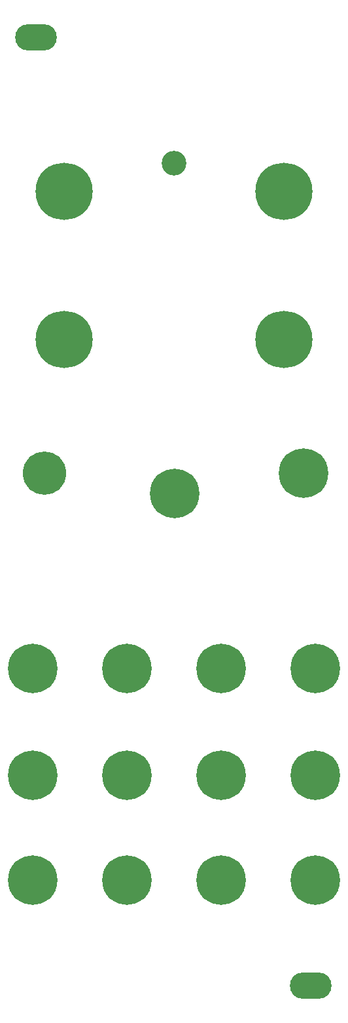
<source format=gbr>
G04 #@! TF.GenerationSoftware,KiCad,Pcbnew,9.0.1*
G04 #@! TF.CreationDate,2025-05-08T16:01:15-05:00*
G04 #@! TF.ProjectId,blank,626c616e-6b2e-46b6-9963-61645f706362,rev?*
G04 #@! TF.SameCoordinates,Original*
G04 #@! TF.FileFunction,Soldermask,Top*
G04 #@! TF.FilePolarity,Negative*
%FSLAX46Y46*%
G04 Gerber Fmt 4.6, Leading zero omitted, Abs format (unit mm)*
G04 Created by KiCad (PCBNEW 9.0.1) date 2025-05-08 16:01:15*
%MOMM*%
%LPD*%
G01*
G04 APERTURE LIST*
%ADD10C,6.400000*%
%ADD11O,5.400000X3.400000*%
%ADD12C,5.600000*%
%ADD13C,7.400000*%
%ADD14C,3.200000*%
G04 APERTURE END LIST*
D10*
G04 #@! TO.C,REF\u002A\u002A*
X33694999Y-111656952D03*
X33694999Y-125406904D03*
X33694999Y-138995001D03*
D11*
X34045000Y-30095000D03*
D12*
X35194995Y-86383225D03*
D13*
X37720500Y-49999289D03*
X37720500Y-69122311D03*
D10*
X45861694Y-111656903D03*
X45861694Y-125406904D03*
X45861694Y-138995001D03*
D14*
X51944999Y-46347005D03*
D10*
X52047894Y-89051597D03*
X58028297Y-111656903D03*
X58028297Y-125406904D03*
X58028297Y-138995001D03*
D13*
X66194996Y-49999289D03*
X66194996Y-69122311D03*
D10*
X68700087Y-86383206D03*
D11*
X69645000Y-152595000D03*
D10*
X70195000Y-111656903D03*
X70195000Y-125406904D03*
X70195000Y-138995001D03*
G04 #@! TD*
M02*

</source>
